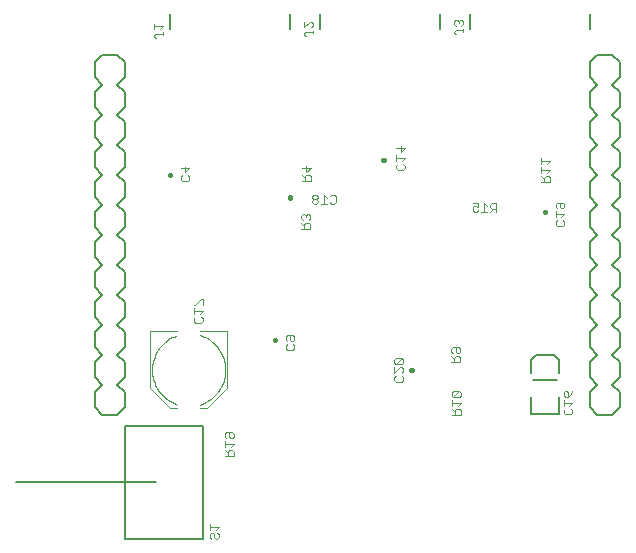
<source format=gbo>
G75*
%MOIN*%
%OFA0B0*%
%FSLAX24Y24*%
%IPPOS*%
%LPD*%
%AMOC8*
5,1,8,0,0,1.08239X$1,22.5*
%
%ADD10C,0.0030*%
%ADD11C,0.0160*%
%ADD12C,0.0080*%
%ADD13C,0.0040*%
%ADD14C,0.0050*%
D10*
X006593Y000424D02*
X006641Y000375D01*
X006593Y000424D02*
X006593Y000520D01*
X006641Y000569D01*
X006690Y000569D01*
X006738Y000520D01*
X006738Y000424D01*
X006786Y000375D01*
X006835Y000375D01*
X006883Y000424D01*
X006883Y000520D01*
X006835Y000569D01*
X006786Y000670D02*
X006883Y000767D01*
X006593Y000767D01*
X006593Y000863D02*
X006593Y000670D01*
X007093Y003131D02*
X007383Y003131D01*
X007383Y003276D01*
X007335Y003325D01*
X007238Y003325D01*
X007190Y003276D01*
X007190Y003131D01*
X007190Y003228D02*
X007093Y003325D01*
X007093Y003426D02*
X007093Y003619D01*
X007093Y003522D02*
X007383Y003522D01*
X007286Y003426D01*
X007286Y003720D02*
X007238Y003769D01*
X007238Y003914D01*
X007335Y003914D02*
X007383Y003865D01*
X007383Y003769D01*
X007335Y003720D01*
X007286Y003720D01*
X007141Y003720D02*
X007093Y003769D01*
X007093Y003865D01*
X007141Y003914D01*
X007335Y003914D01*
X009161Y006665D02*
X009113Y006713D01*
X009113Y006810D01*
X009161Y006858D01*
X009161Y006960D02*
X009113Y007008D01*
X009113Y007105D01*
X009161Y007153D01*
X009355Y007153D01*
X009403Y007105D01*
X009403Y007008D01*
X009355Y006960D01*
X009306Y006960D01*
X009258Y007008D01*
X009258Y007153D01*
X009355Y006858D02*
X009403Y006810D01*
X009403Y006713D01*
X009355Y006665D01*
X009161Y006665D01*
X006352Y007618D02*
X006304Y007570D01*
X006110Y007570D01*
X006062Y007618D01*
X006062Y007715D01*
X006110Y007764D01*
X006062Y007865D02*
X006062Y008058D01*
X006062Y007961D02*
X006352Y007961D01*
X006255Y007865D01*
X006304Y007764D02*
X006352Y007715D01*
X006352Y007618D01*
X006352Y008159D02*
X006352Y008353D01*
X006304Y008353D01*
X006110Y008159D01*
X006062Y008159D01*
X009638Y010703D02*
X009928Y010703D01*
X009928Y010848D01*
X009880Y010896D01*
X009783Y010896D01*
X009735Y010848D01*
X009735Y010703D01*
X009735Y010799D02*
X009638Y010896D01*
X009686Y010997D02*
X009638Y011046D01*
X009638Y011142D01*
X009686Y011191D01*
X009735Y011191D01*
X009783Y011142D01*
X009783Y011094D01*
X009783Y011142D02*
X009831Y011191D01*
X009880Y011191D01*
X009928Y011142D01*
X009928Y011046D01*
X009880Y010997D01*
X010045Y011545D02*
X010142Y011545D01*
X010190Y011593D01*
X010190Y011642D01*
X010142Y011690D01*
X010045Y011690D01*
X009997Y011642D01*
X009997Y011593D01*
X010045Y011545D01*
X010045Y011690D02*
X009997Y011738D01*
X009997Y011787D01*
X010045Y011835D01*
X010142Y011835D01*
X010190Y011787D01*
X010190Y011738D01*
X010142Y011690D01*
X010291Y011545D02*
X010485Y011545D01*
X010388Y011545D02*
X010388Y011835D01*
X010485Y011738D01*
X010586Y011787D02*
X010634Y011835D01*
X010731Y011835D01*
X010779Y011787D01*
X010779Y011593D01*
X010731Y011545D01*
X010634Y011545D01*
X010586Y011593D01*
X009946Y012301D02*
X009655Y012301D01*
X009752Y012301D02*
X009752Y012446D01*
X009800Y012494D01*
X009897Y012494D01*
X009946Y012446D01*
X009946Y012301D01*
X009752Y012397D02*
X009655Y012494D01*
X009800Y012595D02*
X009800Y012789D01*
X009655Y012740D02*
X009946Y012740D01*
X009800Y012595D01*
X012800Y012713D02*
X012849Y012665D01*
X013042Y012665D01*
X013091Y012713D01*
X013091Y012810D01*
X013042Y012858D01*
X012994Y012960D02*
X013091Y013056D01*
X012800Y013056D01*
X012800Y012960D02*
X012800Y013153D01*
X012945Y013254D02*
X012945Y013448D01*
X012800Y013399D02*
X013091Y013399D01*
X012945Y013254D01*
X012849Y012858D02*
X012800Y012810D01*
X012800Y012713D01*
X015347Y011560D02*
X015540Y011560D01*
X015540Y011415D01*
X015443Y011463D01*
X015395Y011463D01*
X015347Y011415D01*
X015347Y011318D01*
X015395Y011270D01*
X015492Y011270D01*
X015540Y011318D01*
X015641Y011270D02*
X015835Y011270D01*
X015738Y011270D02*
X015738Y011560D01*
X015835Y011463D01*
X015936Y011415D02*
X015936Y011512D01*
X015984Y011560D01*
X016129Y011560D01*
X016129Y011270D01*
X016129Y011367D02*
X015984Y011367D01*
X015936Y011415D01*
X016033Y011367D02*
X015936Y011270D01*
X017638Y012265D02*
X017928Y012265D01*
X017928Y012410D01*
X017880Y012458D01*
X017783Y012458D01*
X017735Y012410D01*
X017735Y012265D01*
X017735Y012362D02*
X017638Y012458D01*
X017638Y012560D02*
X017638Y012753D01*
X017638Y012656D02*
X017928Y012656D01*
X017831Y012560D01*
X017831Y012854D02*
X017928Y012951D01*
X017638Y012951D01*
X017638Y012854D02*
X017638Y013048D01*
X018166Y011576D02*
X018118Y011528D01*
X018118Y011431D01*
X018166Y011383D01*
X018263Y011431D02*
X018263Y011576D01*
X018360Y011576D02*
X018408Y011528D01*
X018408Y011431D01*
X018360Y011383D01*
X018311Y011383D01*
X018263Y011431D01*
X018166Y011576D02*
X018360Y011576D01*
X018118Y011282D02*
X018118Y011088D01*
X018118Y011185D02*
X018408Y011185D01*
X018311Y011088D01*
X018360Y010987D02*
X018408Y010939D01*
X018408Y010842D01*
X018360Y010794D01*
X018166Y010794D01*
X018118Y010842D01*
X018118Y010939D01*
X018166Y010987D01*
X014880Y006753D02*
X014686Y006753D01*
X014638Y006705D01*
X014638Y006608D01*
X014686Y006560D01*
X014783Y006608D02*
X014783Y006753D01*
X014880Y006753D02*
X014928Y006705D01*
X014928Y006608D01*
X014880Y006560D01*
X014831Y006560D01*
X014783Y006608D01*
X014783Y006458D02*
X014735Y006410D01*
X014735Y006265D01*
X014735Y006362D02*
X014638Y006458D01*
X014783Y006458D02*
X014880Y006458D01*
X014928Y006410D01*
X014928Y006265D01*
X014638Y006265D01*
X014704Y005289D02*
X014655Y005240D01*
X014655Y005144D01*
X014704Y005095D01*
X014897Y005289D01*
X014704Y005289D01*
X014897Y005289D02*
X014946Y005240D01*
X014946Y005144D01*
X014897Y005095D01*
X014704Y005095D01*
X014655Y004994D02*
X014655Y004801D01*
X014655Y004897D02*
X014946Y004897D01*
X014849Y004801D01*
X014897Y004700D02*
X014800Y004700D01*
X014752Y004651D01*
X014752Y004506D01*
X014655Y004506D02*
X014946Y004506D01*
X014946Y004651D01*
X014897Y004700D01*
X014752Y004603D02*
X014655Y004700D01*
X013028Y005651D02*
X012980Y005603D01*
X012786Y005603D01*
X012738Y005651D01*
X012738Y005748D01*
X012786Y005796D01*
X012738Y005897D02*
X012931Y006091D01*
X012980Y006091D01*
X013028Y006042D01*
X013028Y005946D01*
X012980Y005897D01*
X012980Y005796D02*
X013028Y005748D01*
X013028Y005651D01*
X012738Y005897D02*
X012738Y006091D01*
X012786Y006192D02*
X012738Y006240D01*
X012738Y006337D01*
X012786Y006385D01*
X012980Y006385D01*
X012786Y006192D01*
X012980Y006192D01*
X013028Y006240D01*
X013028Y006337D01*
X012980Y006385D01*
X018382Y005249D02*
X018382Y005153D01*
X018430Y005104D01*
X018527Y005104D01*
X018527Y005249D01*
X018478Y005298D01*
X018430Y005298D01*
X018382Y005249D01*
X018527Y005104D02*
X018623Y005201D01*
X018672Y005298D01*
X018672Y004906D02*
X018382Y004906D01*
X018382Y004810D02*
X018382Y005003D01*
X018575Y004810D02*
X018672Y004906D01*
X018623Y004708D02*
X018672Y004660D01*
X018672Y004563D01*
X018623Y004515D01*
X018430Y004515D01*
X018382Y004563D01*
X018382Y004660D01*
X018430Y004708D01*
X005903Y012338D02*
X005855Y012290D01*
X005661Y012290D01*
X005613Y012338D01*
X005613Y012435D01*
X005661Y012483D01*
X005758Y012585D02*
X005758Y012778D01*
X005613Y012730D02*
X005903Y012730D01*
X005758Y012585D01*
X005855Y012483D02*
X005903Y012435D01*
X005903Y012338D01*
X004784Y017056D02*
X004735Y017104D01*
X004735Y017152D01*
X004784Y017201D01*
X005026Y017201D01*
X005026Y017249D02*
X005026Y017152D01*
X004929Y017350D02*
X005026Y017447D01*
X004735Y017447D01*
X004735Y017350D02*
X004735Y017544D01*
X009735Y017606D02*
X009735Y017413D01*
X009929Y017606D01*
X009977Y017606D01*
X010026Y017558D01*
X010026Y017461D01*
X009977Y017413D01*
X010026Y017312D02*
X010026Y017215D01*
X010026Y017263D02*
X009784Y017263D01*
X009735Y017215D01*
X009735Y017167D01*
X009784Y017118D01*
X014735Y017229D02*
X014735Y017277D01*
X014784Y017326D01*
X015026Y017326D01*
X015026Y017374D02*
X015026Y017277D01*
X014977Y017475D02*
X015026Y017524D01*
X015026Y017620D01*
X014977Y017669D01*
X014929Y017669D01*
X014880Y017620D01*
X014832Y017669D01*
X014784Y017669D01*
X014735Y017620D01*
X014735Y017524D01*
X014784Y017475D01*
X014880Y017572D02*
X014880Y017620D01*
X014735Y017229D02*
X014784Y017181D01*
D11*
X012397Y013000D02*
X012373Y013000D01*
X009260Y011762D02*
X009260Y011738D01*
X005272Y012500D02*
X005248Y012500D01*
X008748Y007000D02*
X008772Y007000D01*
X013311Y006000D02*
X013335Y006000D01*
X017748Y011250D02*
X017772Y011250D01*
D12*
X019260Y011250D02*
X019260Y010750D01*
X019510Y010500D01*
X019260Y010250D01*
X019260Y009750D01*
X019510Y009500D01*
X019260Y009250D01*
X019260Y008750D01*
X019510Y008500D01*
X019260Y008250D01*
X019260Y007750D01*
X019510Y007500D01*
X019260Y007250D01*
X019260Y006750D01*
X019510Y006500D01*
X019260Y006250D01*
X019260Y005750D01*
X019510Y005500D01*
X019260Y005250D01*
X019260Y004750D01*
X019510Y004500D01*
X020010Y004500D01*
X020260Y004750D01*
X020260Y005250D01*
X020010Y005500D01*
X020260Y005750D01*
X020260Y006250D01*
X020010Y006500D01*
X020260Y006750D01*
X020260Y007250D01*
X020010Y007500D01*
X020260Y007750D01*
X020260Y008250D01*
X020010Y008500D01*
X020260Y008750D01*
X020260Y009250D01*
X020010Y009500D01*
X020260Y009750D01*
X020260Y010250D01*
X020010Y010500D01*
X020260Y010750D01*
X020260Y011250D01*
X020010Y011500D01*
X020260Y011750D01*
X020260Y012250D01*
X020010Y012500D01*
X020260Y012750D01*
X020260Y013250D01*
X020010Y013500D01*
X020260Y013750D01*
X020260Y014250D01*
X020010Y014500D01*
X020260Y014750D01*
X020260Y015250D01*
X020010Y015500D01*
X020260Y015750D01*
X020260Y016250D01*
X020010Y016500D01*
X019510Y016500D01*
X019260Y016250D01*
X019260Y015750D01*
X019510Y015500D01*
X019260Y015250D01*
X019260Y014750D01*
X019510Y014500D01*
X019260Y014250D01*
X019260Y013750D01*
X019510Y013500D01*
X019260Y013250D01*
X019260Y012750D01*
X019510Y012500D01*
X019260Y012250D01*
X019260Y011750D01*
X019510Y011500D01*
X019260Y011250D01*
X018075Y006484D02*
X017445Y006484D01*
X017288Y006327D01*
X017288Y005894D01*
X018075Y006484D02*
X018233Y006327D01*
X018233Y005894D01*
X018233Y005106D02*
X018233Y004516D01*
X017288Y004516D01*
X017288Y005106D01*
X019260Y017350D02*
X019260Y017850D01*
X015260Y017850D02*
X015260Y017350D01*
X014260Y017350D02*
X014260Y017850D01*
X010260Y017850D02*
X010260Y017350D01*
X009260Y017350D02*
X009260Y017850D01*
X005260Y017850D02*
X005260Y017350D01*
X003760Y016250D02*
X003760Y015750D01*
X003510Y015500D01*
X003760Y015250D01*
X003760Y014750D01*
X003510Y014500D01*
X003760Y014250D01*
X003760Y013750D01*
X003510Y013500D01*
X003760Y013250D01*
X003760Y012750D01*
X003510Y012500D01*
X003760Y012250D01*
X003760Y011750D01*
X003510Y011500D01*
X003760Y011250D01*
X003760Y010750D01*
X003510Y010500D01*
X003760Y010250D01*
X003760Y009750D01*
X003510Y009500D01*
X003760Y009250D01*
X003760Y008750D01*
X003510Y008500D01*
X003760Y008250D01*
X003760Y007750D01*
X003510Y007500D01*
X003760Y007250D01*
X003760Y006750D01*
X003510Y006500D01*
X003760Y006250D01*
X003760Y005750D01*
X003510Y005500D01*
X003760Y005250D01*
X003760Y004750D01*
X003510Y004500D01*
X003010Y004500D01*
X002760Y004750D01*
X002760Y005250D01*
X003010Y005500D01*
X002760Y005750D01*
X002760Y006250D01*
X003010Y006500D01*
X002760Y006750D01*
X002760Y007250D01*
X003010Y007500D01*
X002760Y007750D01*
X002760Y008250D01*
X003010Y008500D01*
X002760Y008750D01*
X002760Y009250D01*
X003010Y009500D01*
X002760Y009750D01*
X002760Y010250D01*
X003010Y010500D01*
X002760Y010750D01*
X002760Y011250D01*
X003010Y011500D01*
X002760Y011750D01*
X002760Y012250D01*
X003010Y012500D01*
X002760Y012750D01*
X002760Y013250D01*
X003010Y013500D01*
X002760Y013750D01*
X002760Y014250D01*
X003010Y014500D01*
X002760Y014750D01*
X002760Y015250D01*
X003010Y015500D01*
X002760Y015750D01*
X002760Y016250D01*
X003010Y016500D01*
X003510Y016500D01*
X003760Y016250D01*
D13*
X004606Y007280D02*
X004606Y005390D01*
X005275Y004720D01*
X005511Y004720D01*
X006259Y004720D02*
X006496Y004720D01*
X007165Y005390D01*
X007165Y007280D01*
X006259Y007280D01*
X005511Y007280D02*
X004606Y007280D01*
X006259Y007161D02*
X006323Y007139D01*
X006386Y007112D01*
X006448Y007082D01*
X006507Y007049D01*
X006565Y007013D01*
X006621Y006973D01*
X006674Y006930D01*
X006725Y006885D01*
X006773Y006837D01*
X006818Y006786D01*
X006861Y006732D01*
X006900Y006676D01*
X006937Y006619D01*
X006970Y006559D01*
X006999Y006497D01*
X007025Y006434D01*
X007048Y006370D01*
X007067Y006304D01*
X007082Y006237D01*
X007093Y006170D01*
X007101Y006102D01*
X007105Y006034D01*
X007105Y005966D01*
X007101Y005898D01*
X007093Y005830D01*
X007082Y005763D01*
X007067Y005696D01*
X007048Y005630D01*
X007025Y005566D01*
X006999Y005503D01*
X006970Y005441D01*
X006937Y005381D01*
X006900Y005324D01*
X006861Y005268D01*
X006818Y005214D01*
X006773Y005163D01*
X006725Y005115D01*
X006674Y005070D01*
X006621Y005027D01*
X006565Y004987D01*
X006507Y004951D01*
X006448Y004918D01*
X006386Y004888D01*
X006323Y004861D01*
X006259Y004839D01*
X005511Y004839D02*
X005447Y004861D01*
X005384Y004888D01*
X005322Y004918D01*
X005263Y004951D01*
X005205Y004987D01*
X005149Y005027D01*
X005096Y005070D01*
X005045Y005115D01*
X004997Y005163D01*
X004952Y005214D01*
X004909Y005268D01*
X004870Y005324D01*
X004833Y005381D01*
X004800Y005441D01*
X004771Y005503D01*
X004745Y005566D01*
X004722Y005630D01*
X004703Y005696D01*
X004688Y005763D01*
X004677Y005830D01*
X004669Y005898D01*
X004665Y005966D01*
X004665Y006034D01*
X004669Y006102D01*
X004677Y006170D01*
X004688Y006237D01*
X004703Y006304D01*
X004722Y006370D01*
X004745Y006434D01*
X004771Y006497D01*
X004800Y006559D01*
X004833Y006619D01*
X004870Y006676D01*
X004909Y006732D01*
X004952Y006786D01*
X004997Y006837D01*
X005045Y006885D01*
X005096Y006930D01*
X005149Y006973D01*
X005205Y007013D01*
X005263Y007049D01*
X005322Y007082D01*
X005384Y007112D01*
X005447Y007139D01*
X005511Y007161D01*
D14*
X004790Y002250D02*
X000125Y002250D01*
X003763Y000360D02*
X003763Y004140D01*
X006369Y004140D01*
X006369Y000360D01*
X003763Y000360D01*
X017360Y005650D02*
X018160Y005650D01*
M02*

</source>
